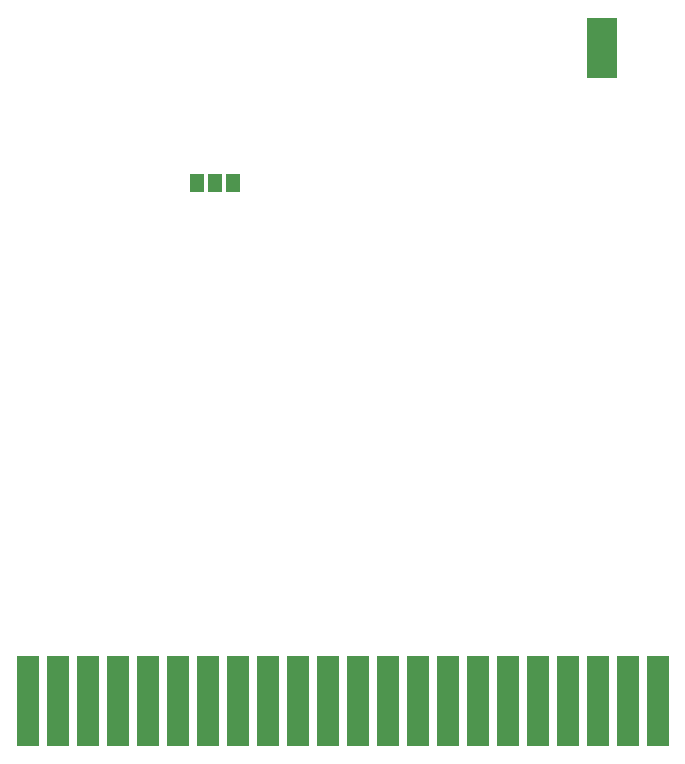
<source format=gbp>
G04 EAGLE Gerber RS-274X export*
G75*
%MOMM*%
%FSLAX34Y34*%
%LPD*%
%INBottom Paste*%
%IPPOS*%
%AMOC8*
5,1,8,0,0,1.08239X$1,22.5*%
G01*
%ADD10R,1.905000X7.620000*%
%ADD11R,1.168400X1.600200*%
%ADD12R,2.540000X5.080000*%


D10*
X38100Y44450D03*
X63500Y44450D03*
X88900Y44450D03*
X114300Y44450D03*
X139700Y44450D03*
X165100Y44450D03*
X190500Y44450D03*
X215900Y44450D03*
X241300Y44450D03*
X266700Y44450D03*
X292100Y44450D03*
X317500Y44450D03*
X342900Y44450D03*
X368300Y44450D03*
X393700Y44450D03*
X419100Y44450D03*
X444500Y44450D03*
X469900Y44450D03*
X495300Y44450D03*
X520700Y44450D03*
X546100Y44450D03*
X571500Y44450D03*
D11*
X212090Y482600D03*
X196850Y482600D03*
X181610Y482600D03*
D12*
X524510Y596900D03*
M02*

</source>
